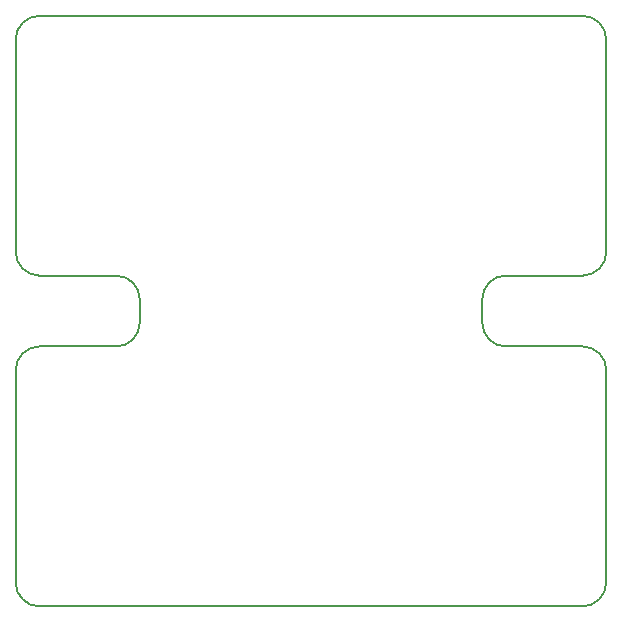
<source format=gbr>
%FSLAX34Y34*%
G04 Gerber Fmt 3.4, Leading zero omitted, Abs format*
G04 (created by PCBNEW (2014-02-28 BZR 4729)-product) date man 03 mar 2014 19:53:33 CET*
%MOIN*%
G01*
G70*
G90*
G04 APERTURE LIST*
%ADD10C,0.005906*%
G04 APERTURE END LIST*
G54D10*
X15551Y9842D02*
X15551Y9448D01*
X4133Y9448D02*
X4133Y9842D01*
X787Y8661D02*
X3346Y8661D01*
X0Y787D02*
X0Y7874D01*
X787Y8661D02*
G75*
G03X0Y7874I0J-787D01*
G74*
G01*
X16338Y8661D02*
X18897Y8661D01*
X18897Y0D02*
G75*
G03X19685Y787I0J787D01*
G74*
G01*
X15551Y9448D02*
G75*
G03X16338Y8661I787J0D01*
G74*
G01*
X19685Y7874D02*
G75*
G03X18897Y8661I-787J0D01*
G74*
G01*
X19685Y787D02*
X19685Y7874D01*
X787Y0D02*
X18897Y0D01*
X0Y787D02*
G75*
G03X787Y0I787J0D01*
G74*
G01*
X3346Y8661D02*
G75*
G03X4133Y9448I0J787D01*
G74*
G01*
X4133Y9842D02*
X4133Y10236D01*
X15551Y10236D02*
X15551Y9842D01*
X18897Y11023D02*
X16338Y11023D01*
X19685Y18897D02*
X19685Y11811D01*
X18897Y11023D02*
G75*
G03X19685Y11811I0J787D01*
G74*
G01*
X3346Y11023D02*
X787Y11023D01*
X787Y19685D02*
G75*
G03X0Y18897I0J-787D01*
G74*
G01*
X4133Y10236D02*
G75*
G03X3346Y11023I-787J0D01*
G74*
G01*
X0Y11811D02*
G75*
G03X787Y11023I787J0D01*
G74*
G01*
X0Y18897D02*
X0Y11811D01*
X18897Y19685D02*
X787Y19685D01*
X19685Y18897D02*
G75*
G03X18897Y19685I-787J0D01*
G74*
G01*
X16338Y11023D02*
G75*
G03X15551Y10236I0J-787D01*
G74*
G01*
M02*

</source>
